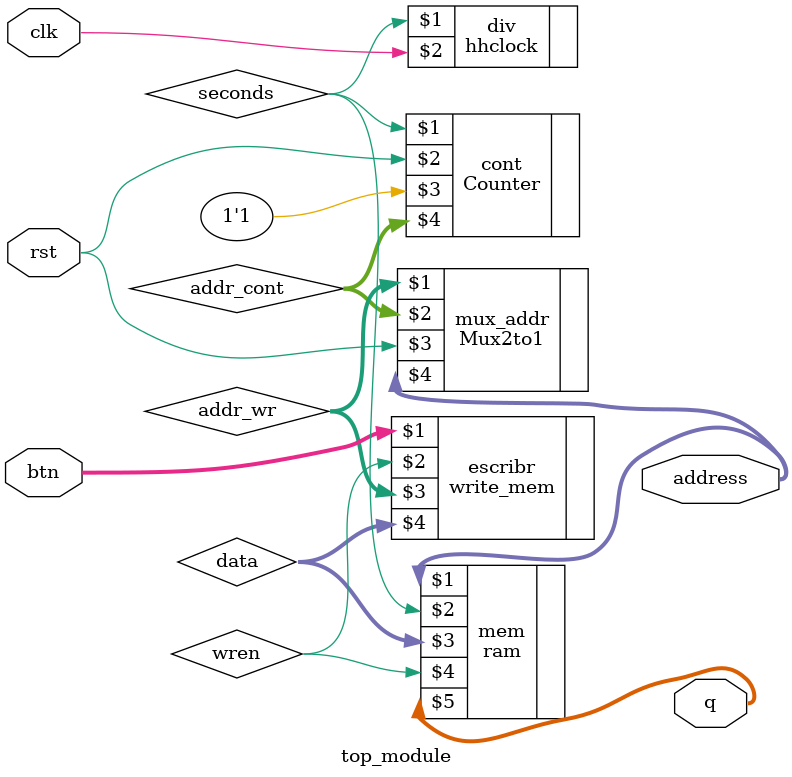
<source format=sv>
module top_module(input logic clk, rst, input logic [2:0] btn,
						output logic [7:0] q, output logic [7:0] address);

logic wren, seconds;

logic [7:0] data, addr_wr, addr_cont;

ram mem(address, seconds, data, wren, q);
Counter cont(seconds, rst, 1'b1, addr_cont);
hhclock div(seconds, clk);
write_mem escribr(btn, wren, addr_wr, data);
Mux2to1 mux_addr(addr_wr, addr_cont, rst, address);

endmodule
</source>
